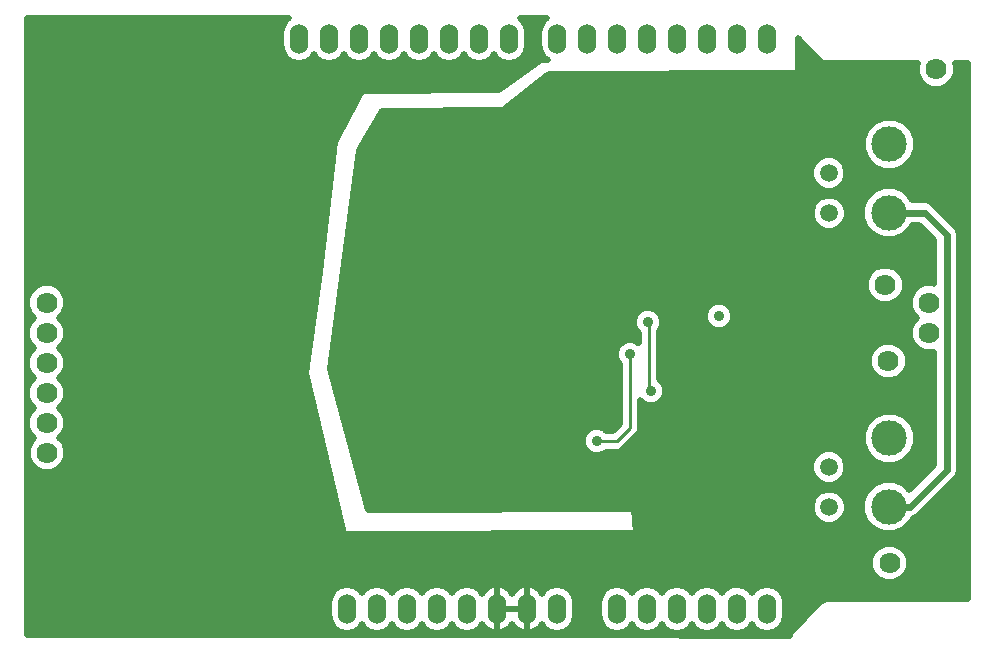
<source format=gbl>
G04 (created by PCBNEW (2013-07-07 BZR 4022)-stable) date 12/24/2014 2:10:28 AM*
%MOIN*%
G04 Gerber Fmt 3.4, Leading zero omitted, Abs format*
%FSLAX34Y34*%
G01*
G70*
G90*
G04 APERTURE LIST*
%ADD10C,0.00590551*%
%ADD11C,0.0700787*%
%ADD12O,0.06X0.1*%
%ADD13C,0.0590551*%
%ADD14C,0.11811*%
%ADD15C,0.035*%
%ADD16C,0.01*%
%ADD17C,0.015*%
%ADD18C,0.024*%
%ADD19C,0.019*%
G04 APERTURE END LIST*
G54D10*
G54D11*
X63000Y-39800D03*
X62990Y-38806D03*
X62990Y-37802D03*
X62990Y-36798D03*
X62990Y-35794D03*
X62990Y-34790D03*
X92400Y-35800D03*
X92400Y-34796D03*
G54D12*
X78400Y-26000D03*
X77400Y-26000D03*
X76400Y-26000D03*
X75400Y-26000D03*
X74400Y-26000D03*
X73400Y-26000D03*
X72400Y-26000D03*
X71400Y-26000D03*
X76000Y-45000D03*
X75000Y-45000D03*
X74000Y-45000D03*
X73000Y-45000D03*
X77000Y-45000D03*
X78000Y-45000D03*
X79000Y-45000D03*
X80000Y-45000D03*
X82000Y-45000D03*
X83000Y-45000D03*
X84000Y-45000D03*
X85000Y-45000D03*
X86000Y-45000D03*
X87000Y-45000D03*
X87000Y-26000D03*
X86000Y-26000D03*
X85000Y-26000D03*
X84000Y-26000D03*
X83000Y-26000D03*
X82000Y-26000D03*
X81000Y-26000D03*
X80000Y-26000D03*
G54D13*
X89054Y-30477D03*
X89073Y-31815D03*
G54D14*
X91078Y-29509D03*
X91056Y-31797D03*
G54D13*
X89054Y-40277D03*
X89073Y-41615D03*
G54D14*
X91078Y-39309D03*
X91056Y-41597D03*
G54D11*
X92640Y-27020D03*
X90940Y-34200D03*
X91040Y-36740D03*
X91080Y-43470D03*
G54D15*
X81320Y-39410D03*
X82440Y-36520D03*
X85390Y-35250D03*
X83020Y-35448D03*
X83132Y-37737D03*
X84812Y-39933D03*
X78555Y-29670D03*
X89430Y-36075D03*
X86490Y-38490D03*
X81495Y-43020D03*
X80730Y-37185D03*
X71360Y-43460D03*
X70280Y-39680D03*
X67240Y-43460D03*
X70994Y-31528D03*
X69548Y-28060D03*
X85515Y-28070D03*
X64130Y-27360D03*
X92400Y-34796D03*
G54D16*
X81990Y-39410D02*
X81320Y-39410D01*
X82430Y-38970D02*
X81990Y-39410D01*
X82430Y-36530D02*
X82430Y-38950D01*
X82440Y-36520D02*
X82430Y-36530D01*
X83062Y-35490D02*
X83020Y-35448D01*
X83062Y-37667D02*
X83062Y-35490D01*
X83132Y-37737D02*
X83062Y-37667D01*
X89475Y-36120D02*
X89490Y-36120D01*
X89430Y-36075D02*
X89475Y-36120D01*
G54D17*
X71360Y-43460D02*
X71360Y-43440D01*
G54D18*
X91056Y-31797D02*
X92247Y-31797D01*
X91753Y-41597D02*
X91056Y-41597D01*
X92985Y-40365D02*
X91753Y-41597D01*
X92985Y-32535D02*
X92985Y-40365D01*
X92247Y-31797D02*
X92985Y-32535D01*
G54D10*
G36*
X93685Y-44685D02*
X93400Y-44685D01*
X93400Y-40365D01*
X93400Y-32535D01*
X93368Y-32376D01*
X93368Y-32376D01*
X93323Y-32308D01*
X93278Y-32241D01*
X93278Y-32241D01*
X92540Y-31503D01*
X92405Y-31413D01*
X92247Y-31382D01*
X91963Y-31382D01*
X91963Y-29333D01*
X91829Y-29008D01*
X91580Y-28758D01*
X91254Y-28623D01*
X90902Y-28623D01*
X90577Y-28757D01*
X90327Y-29006D01*
X90192Y-29332D01*
X90192Y-29684D01*
X90326Y-30009D01*
X90575Y-30259D01*
X90901Y-30394D01*
X91253Y-30394D01*
X91578Y-30260D01*
X91828Y-30011D01*
X91963Y-29685D01*
X91963Y-29333D01*
X91963Y-31382D01*
X91842Y-31382D01*
X91807Y-31296D01*
X91558Y-31046D01*
X91232Y-30911D01*
X90880Y-30911D01*
X90555Y-31045D01*
X90305Y-31294D01*
X90170Y-31620D01*
X90170Y-31972D01*
X90304Y-32297D01*
X90553Y-32547D01*
X90879Y-32682D01*
X91231Y-32682D01*
X91556Y-32548D01*
X91806Y-32299D01*
X91842Y-32212D01*
X92075Y-32212D01*
X92570Y-32706D01*
X92570Y-34167D01*
X92528Y-34150D01*
X92272Y-34150D01*
X92034Y-34248D01*
X91853Y-34429D01*
X91754Y-34667D01*
X91754Y-34923D01*
X91852Y-35161D01*
X91989Y-35298D01*
X91853Y-35433D01*
X91754Y-35671D01*
X91754Y-35927D01*
X91852Y-36165D01*
X92033Y-36346D01*
X92271Y-36445D01*
X92527Y-36445D01*
X92570Y-36428D01*
X92570Y-40193D01*
X91963Y-40799D01*
X91963Y-39133D01*
X91829Y-38808D01*
X91685Y-38664D01*
X91685Y-36612D01*
X91587Y-36374D01*
X91585Y-36372D01*
X91585Y-34072D01*
X91487Y-33834D01*
X91306Y-33653D01*
X91068Y-33554D01*
X90812Y-33554D01*
X90574Y-33652D01*
X90393Y-33833D01*
X90294Y-34071D01*
X90294Y-34327D01*
X90392Y-34565D01*
X90573Y-34746D01*
X90811Y-34845D01*
X91067Y-34845D01*
X91305Y-34747D01*
X91486Y-34566D01*
X91585Y-34328D01*
X91585Y-34072D01*
X91585Y-36372D01*
X91406Y-36193D01*
X91168Y-36094D01*
X90912Y-36094D01*
X90674Y-36192D01*
X90493Y-36373D01*
X90394Y-36611D01*
X90394Y-36867D01*
X90492Y-37105D01*
X90673Y-37286D01*
X90911Y-37385D01*
X91167Y-37385D01*
X91405Y-37287D01*
X91586Y-37106D01*
X91685Y-36868D01*
X91685Y-36612D01*
X91685Y-38664D01*
X91580Y-38558D01*
X91254Y-38423D01*
X90902Y-38423D01*
X90577Y-38557D01*
X90327Y-38806D01*
X90192Y-39132D01*
X90192Y-39484D01*
X90326Y-39809D01*
X90575Y-40059D01*
X90901Y-40194D01*
X91253Y-40194D01*
X91578Y-40060D01*
X91828Y-39811D01*
X91963Y-39485D01*
X91963Y-39133D01*
X91963Y-40799D01*
X91737Y-41025D01*
X91558Y-40846D01*
X91232Y-40711D01*
X90880Y-40711D01*
X90555Y-40845D01*
X90305Y-41094D01*
X90170Y-41420D01*
X90170Y-41772D01*
X90304Y-42097D01*
X90553Y-42347D01*
X90879Y-42482D01*
X91231Y-42482D01*
X91556Y-42348D01*
X91806Y-42099D01*
X91850Y-41992D01*
X91911Y-41980D01*
X91911Y-41980D01*
X92046Y-41890D01*
X93278Y-40658D01*
X93368Y-40523D01*
X93368Y-40523D01*
X93399Y-40365D01*
X93400Y-40365D01*
X93400Y-44685D01*
X91725Y-44685D01*
X91725Y-43342D01*
X91627Y-43104D01*
X91446Y-42923D01*
X91208Y-42824D01*
X90952Y-42824D01*
X90714Y-42922D01*
X90533Y-43103D01*
X90434Y-43341D01*
X90434Y-43597D01*
X90532Y-43835D01*
X90713Y-44016D01*
X90951Y-44115D01*
X91207Y-44115D01*
X91445Y-44017D01*
X91626Y-43836D01*
X91725Y-43598D01*
X91725Y-43342D01*
X91725Y-44685D01*
X89663Y-44685D01*
X89663Y-41498D01*
X89663Y-31698D01*
X89644Y-31652D01*
X89644Y-30360D01*
X89554Y-30143D01*
X89388Y-29976D01*
X89171Y-29886D01*
X88937Y-29886D01*
X88720Y-29976D01*
X88553Y-30142D01*
X88463Y-30359D01*
X88463Y-30593D01*
X88553Y-30810D01*
X88719Y-30977D01*
X88936Y-31067D01*
X89170Y-31067D01*
X89387Y-30977D01*
X89554Y-30811D01*
X89644Y-30594D01*
X89644Y-30360D01*
X89644Y-31652D01*
X89573Y-31481D01*
X89407Y-31314D01*
X89190Y-31224D01*
X88956Y-31224D01*
X88739Y-31314D01*
X88572Y-31480D01*
X88482Y-31697D01*
X88482Y-31931D01*
X88572Y-32148D01*
X88738Y-32315D01*
X88955Y-32405D01*
X89189Y-32405D01*
X89406Y-32315D01*
X89573Y-32149D01*
X89663Y-31932D01*
X89663Y-31698D01*
X89663Y-41498D01*
X89644Y-41452D01*
X89644Y-40160D01*
X89554Y-39943D01*
X89388Y-39776D01*
X89171Y-39686D01*
X88937Y-39686D01*
X88720Y-39776D01*
X88553Y-39942D01*
X88463Y-40159D01*
X88463Y-40393D01*
X88553Y-40610D01*
X88719Y-40777D01*
X88936Y-40867D01*
X89170Y-40867D01*
X89387Y-40777D01*
X89554Y-40611D01*
X89644Y-40394D01*
X89644Y-40160D01*
X89644Y-41452D01*
X89573Y-41281D01*
X89407Y-41114D01*
X89190Y-41024D01*
X88956Y-41024D01*
X88739Y-41114D01*
X88572Y-41280D01*
X88482Y-41497D01*
X88482Y-41731D01*
X88572Y-41948D01*
X88738Y-42115D01*
X88955Y-42205D01*
X89189Y-42205D01*
X89406Y-42115D01*
X89573Y-41949D01*
X89663Y-41732D01*
X89663Y-41498D01*
X89663Y-44685D01*
X89021Y-44685D01*
X89001Y-44681D01*
X88880Y-44705D01*
X88778Y-44773D01*
X88772Y-44782D01*
X88277Y-45277D01*
X88257Y-45307D01*
X87842Y-45722D01*
X87774Y-45824D01*
X87761Y-45889D01*
X87595Y-45889D01*
X87595Y-45215D01*
X87595Y-44784D01*
X87549Y-44556D01*
X87420Y-44363D01*
X87227Y-44234D01*
X87000Y-44189D01*
X86772Y-44234D01*
X86579Y-44363D01*
X86499Y-44482D01*
X86420Y-44363D01*
X86227Y-44234D01*
X86000Y-44189D01*
X85860Y-44217D01*
X85860Y-35156D01*
X85788Y-34984D01*
X85656Y-34851D01*
X85483Y-34780D01*
X85296Y-34779D01*
X85124Y-34851D01*
X84991Y-34983D01*
X84920Y-35156D01*
X84919Y-35343D01*
X84991Y-35515D01*
X85123Y-35648D01*
X85296Y-35719D01*
X85483Y-35720D01*
X85655Y-35648D01*
X85788Y-35516D01*
X85859Y-35343D01*
X85860Y-35156D01*
X85860Y-44217D01*
X85772Y-44234D01*
X85579Y-44363D01*
X85499Y-44482D01*
X85420Y-44363D01*
X85227Y-44234D01*
X85000Y-44189D01*
X84772Y-44234D01*
X84579Y-44363D01*
X84499Y-44482D01*
X84420Y-44363D01*
X84227Y-44234D01*
X84000Y-44189D01*
X83772Y-44234D01*
X83602Y-44348D01*
X83602Y-37643D01*
X83530Y-37471D01*
X83407Y-37347D01*
X83407Y-35725D01*
X83418Y-35714D01*
X83489Y-35541D01*
X83490Y-35354D01*
X83418Y-35182D01*
X83286Y-35049D01*
X83113Y-34978D01*
X82926Y-34977D01*
X82754Y-35049D01*
X82621Y-35181D01*
X82550Y-35354D01*
X82549Y-35541D01*
X82621Y-35713D01*
X82717Y-35809D01*
X82717Y-36132D01*
X82706Y-36121D01*
X82533Y-36050D01*
X82346Y-36049D01*
X82174Y-36121D01*
X82041Y-36253D01*
X81970Y-36426D01*
X81969Y-36613D01*
X82041Y-36785D01*
X82085Y-36829D01*
X82085Y-38827D01*
X81847Y-39065D01*
X81639Y-39065D01*
X81586Y-39011D01*
X81413Y-38940D01*
X81226Y-38939D01*
X81054Y-39011D01*
X80921Y-39143D01*
X80850Y-39316D01*
X80849Y-39503D01*
X80921Y-39675D01*
X81053Y-39808D01*
X81226Y-39879D01*
X81413Y-39880D01*
X81585Y-39808D01*
X81639Y-39755D01*
X81990Y-39755D01*
X82122Y-39728D01*
X82122Y-39728D01*
X82233Y-39653D01*
X82673Y-39213D01*
X82748Y-39102D01*
X82775Y-38970D01*
X82773Y-38960D01*
X82775Y-38950D01*
X82775Y-38044D01*
X82865Y-38135D01*
X83038Y-38206D01*
X83225Y-38207D01*
X83397Y-38135D01*
X83530Y-38003D01*
X83601Y-37830D01*
X83602Y-37643D01*
X83602Y-44348D01*
X83579Y-44363D01*
X83499Y-44482D01*
X83420Y-44363D01*
X83227Y-44234D01*
X83000Y-44189D01*
X82772Y-44234D01*
X82579Y-44363D01*
X82499Y-44482D01*
X82420Y-44363D01*
X82227Y-44234D01*
X82000Y-44189D01*
X81772Y-44234D01*
X81579Y-44363D01*
X81450Y-44556D01*
X81405Y-44784D01*
X81405Y-45215D01*
X81450Y-45443D01*
X81579Y-45636D01*
X81772Y-45765D01*
X82000Y-45810D01*
X82227Y-45765D01*
X82420Y-45636D01*
X82500Y-45517D01*
X82579Y-45636D01*
X82772Y-45765D01*
X83000Y-45810D01*
X83227Y-45765D01*
X83420Y-45636D01*
X83500Y-45517D01*
X83579Y-45636D01*
X83772Y-45765D01*
X84000Y-45810D01*
X84227Y-45765D01*
X84420Y-45636D01*
X84500Y-45517D01*
X84579Y-45636D01*
X84772Y-45765D01*
X85000Y-45810D01*
X85227Y-45765D01*
X85420Y-45636D01*
X85500Y-45517D01*
X85579Y-45636D01*
X85772Y-45765D01*
X86000Y-45810D01*
X86227Y-45765D01*
X86420Y-45636D01*
X86500Y-45517D01*
X86579Y-45636D01*
X86772Y-45765D01*
X87000Y-45810D01*
X87227Y-45765D01*
X87420Y-45636D01*
X87549Y-45443D01*
X87595Y-45215D01*
X87595Y-45889D01*
X80595Y-45885D01*
X80595Y-45215D01*
X80595Y-44784D01*
X80549Y-44556D01*
X80420Y-44363D01*
X80227Y-44234D01*
X80000Y-44189D01*
X79772Y-44234D01*
X79579Y-44363D01*
X79494Y-44489D01*
X79417Y-44375D01*
X79223Y-44248D01*
X79098Y-44213D01*
X79005Y-44278D01*
X79005Y-44995D01*
X79012Y-44995D01*
X79012Y-45005D01*
X79005Y-45005D01*
X79005Y-45721D01*
X79098Y-45786D01*
X79223Y-45751D01*
X79417Y-45624D01*
X79494Y-45510D01*
X79579Y-45636D01*
X79772Y-45765D01*
X80000Y-45810D01*
X80227Y-45765D01*
X80420Y-45636D01*
X80549Y-45443D01*
X80595Y-45215D01*
X80595Y-45885D01*
X78995Y-45884D01*
X78995Y-45721D01*
X78995Y-45005D01*
X78995Y-44995D01*
X78995Y-44278D01*
X78901Y-44213D01*
X78776Y-44248D01*
X78582Y-44375D01*
X78500Y-44497D01*
X78417Y-44375D01*
X78223Y-44248D01*
X78098Y-44213D01*
X78005Y-44278D01*
X78005Y-44995D01*
X78405Y-44995D01*
X78595Y-44995D01*
X78995Y-44995D01*
X78995Y-45005D01*
X78595Y-45005D01*
X78405Y-45005D01*
X78005Y-45005D01*
X78005Y-45721D01*
X78098Y-45786D01*
X78223Y-45751D01*
X78417Y-45624D01*
X78500Y-45502D01*
X78582Y-45624D01*
X78776Y-45751D01*
X78901Y-45786D01*
X78995Y-45721D01*
X78995Y-45884D01*
X77995Y-45883D01*
X77995Y-45721D01*
X77995Y-45005D01*
X77987Y-45005D01*
X77987Y-44995D01*
X77995Y-44995D01*
X77995Y-44278D01*
X77901Y-44213D01*
X77776Y-44248D01*
X77582Y-44375D01*
X77505Y-44489D01*
X77420Y-44363D01*
X77227Y-44234D01*
X77000Y-44189D01*
X76772Y-44234D01*
X76579Y-44363D01*
X76499Y-44482D01*
X76420Y-44363D01*
X76227Y-44234D01*
X76000Y-44189D01*
X75772Y-44234D01*
X75579Y-44363D01*
X75500Y-44482D01*
X75420Y-44363D01*
X75227Y-44234D01*
X75000Y-44189D01*
X74772Y-44234D01*
X74579Y-44363D01*
X74500Y-44482D01*
X74420Y-44363D01*
X74227Y-44234D01*
X74000Y-44189D01*
X73772Y-44234D01*
X73579Y-44363D01*
X73500Y-44482D01*
X73420Y-44363D01*
X73227Y-44234D01*
X73000Y-44189D01*
X72772Y-44234D01*
X72579Y-44363D01*
X72450Y-44556D01*
X72405Y-44784D01*
X72405Y-45215D01*
X72450Y-45443D01*
X72579Y-45636D01*
X72772Y-45765D01*
X73000Y-45810D01*
X73227Y-45765D01*
X73420Y-45636D01*
X73500Y-45517D01*
X73579Y-45636D01*
X73772Y-45765D01*
X74000Y-45810D01*
X74227Y-45765D01*
X74420Y-45636D01*
X74500Y-45517D01*
X74579Y-45636D01*
X74772Y-45765D01*
X75000Y-45810D01*
X75227Y-45765D01*
X75420Y-45636D01*
X75500Y-45517D01*
X75579Y-45636D01*
X75772Y-45765D01*
X76000Y-45810D01*
X76227Y-45765D01*
X76420Y-45636D01*
X76500Y-45517D01*
X76579Y-45636D01*
X76772Y-45765D01*
X77000Y-45810D01*
X77227Y-45765D01*
X77420Y-45636D01*
X77505Y-45510D01*
X77582Y-45624D01*
X77776Y-45751D01*
X77901Y-45786D01*
X77995Y-45721D01*
X77995Y-45883D01*
X63645Y-45874D01*
X63645Y-39672D01*
X63547Y-39434D01*
X63410Y-39297D01*
X63536Y-39172D01*
X63635Y-38935D01*
X63635Y-38678D01*
X63537Y-38440D01*
X63400Y-38304D01*
X63536Y-38168D01*
X63635Y-37931D01*
X63635Y-37674D01*
X63537Y-37437D01*
X63400Y-37300D01*
X63536Y-37164D01*
X63635Y-36927D01*
X63635Y-36670D01*
X63537Y-36433D01*
X63400Y-36296D01*
X63536Y-36160D01*
X63635Y-35923D01*
X63635Y-35666D01*
X63537Y-35429D01*
X63400Y-35292D01*
X63536Y-35156D01*
X63635Y-34919D01*
X63635Y-34662D01*
X63537Y-34425D01*
X63356Y-34243D01*
X63118Y-34145D01*
X62862Y-34144D01*
X62624Y-34242D01*
X62443Y-34424D01*
X62344Y-34661D01*
X62344Y-34918D01*
X62442Y-35155D01*
X62579Y-35292D01*
X62443Y-35428D01*
X62344Y-35665D01*
X62344Y-35922D01*
X62442Y-36159D01*
X62579Y-36296D01*
X62443Y-36432D01*
X62344Y-36669D01*
X62344Y-36926D01*
X62442Y-37163D01*
X62579Y-37300D01*
X62443Y-37436D01*
X62344Y-37673D01*
X62344Y-37929D01*
X62442Y-38167D01*
X62579Y-38304D01*
X62443Y-38439D01*
X62344Y-38677D01*
X62344Y-38933D01*
X62442Y-39171D01*
X62579Y-39308D01*
X62453Y-39433D01*
X62354Y-39671D01*
X62354Y-39927D01*
X62452Y-40165D01*
X62633Y-40346D01*
X62871Y-40445D01*
X63127Y-40445D01*
X63365Y-40347D01*
X63546Y-40166D01*
X63645Y-39928D01*
X63645Y-39672D01*
X63645Y-45874D01*
X62314Y-45873D01*
X62314Y-25314D01*
X71052Y-25314D01*
X70979Y-25363D01*
X70850Y-25556D01*
X70805Y-25784D01*
X70805Y-26215D01*
X70850Y-26443D01*
X70979Y-26636D01*
X71172Y-26765D01*
X71400Y-26810D01*
X71627Y-26765D01*
X71820Y-26636D01*
X71900Y-26517D01*
X71979Y-26636D01*
X72172Y-26765D01*
X72400Y-26810D01*
X72627Y-26765D01*
X72820Y-26636D01*
X72900Y-26517D01*
X72979Y-26636D01*
X73172Y-26765D01*
X73400Y-26810D01*
X73627Y-26765D01*
X73820Y-26636D01*
X73900Y-26517D01*
X73979Y-26636D01*
X74172Y-26765D01*
X74400Y-26810D01*
X74627Y-26765D01*
X74820Y-26636D01*
X74900Y-26517D01*
X74979Y-26636D01*
X75172Y-26765D01*
X75400Y-26810D01*
X75627Y-26765D01*
X75820Y-26636D01*
X75900Y-26517D01*
X75979Y-26636D01*
X76172Y-26765D01*
X76400Y-26810D01*
X76627Y-26765D01*
X76820Y-26636D01*
X76900Y-26517D01*
X76979Y-26636D01*
X77172Y-26765D01*
X77400Y-26810D01*
X77627Y-26765D01*
X77820Y-26636D01*
X77900Y-26517D01*
X77979Y-26636D01*
X78172Y-26765D01*
X78400Y-26810D01*
X78627Y-26765D01*
X78820Y-26636D01*
X78949Y-26443D01*
X78995Y-26215D01*
X78995Y-25784D01*
X78949Y-25556D01*
X78820Y-25363D01*
X78747Y-25314D01*
X79652Y-25314D01*
X79579Y-25363D01*
X79450Y-25556D01*
X79405Y-25784D01*
X79405Y-26215D01*
X79450Y-26443D01*
X79579Y-26636D01*
X79691Y-26711D01*
X79448Y-26711D01*
X78075Y-27719D01*
X73498Y-27753D01*
X72611Y-29452D01*
X72105Y-33777D01*
X71617Y-37147D01*
X72885Y-42520D01*
X82642Y-42466D01*
X82554Y-41684D01*
X73681Y-41702D01*
X72435Y-37014D01*
X73403Y-29720D01*
X74149Y-28411D01*
X78210Y-28359D01*
X79631Y-27236D01*
X79776Y-27178D01*
X87662Y-27127D01*
X88015Y-27127D01*
X88041Y-25986D01*
X88277Y-26222D01*
X88277Y-26222D01*
X88277Y-26222D01*
X88777Y-26722D01*
X88777Y-26722D01*
X88879Y-26790D01*
X89000Y-26814D01*
X92026Y-26814D01*
X91994Y-26891D01*
X91994Y-27147D01*
X92092Y-27385D01*
X92273Y-27566D01*
X92511Y-27665D01*
X92767Y-27665D01*
X93005Y-27567D01*
X93186Y-27386D01*
X93285Y-27148D01*
X93285Y-26892D01*
X93253Y-26814D01*
X93685Y-26814D01*
X93685Y-44685D01*
X93685Y-44685D01*
G37*
G54D19*
X93685Y-44685D02*
X93400Y-44685D01*
X93400Y-40365D01*
X93400Y-32535D01*
X93368Y-32376D01*
X93368Y-32376D01*
X93323Y-32308D01*
X93278Y-32241D01*
X93278Y-32241D01*
X92540Y-31503D01*
X92405Y-31413D01*
X92247Y-31382D01*
X91963Y-31382D01*
X91963Y-29333D01*
X91829Y-29008D01*
X91580Y-28758D01*
X91254Y-28623D01*
X90902Y-28623D01*
X90577Y-28757D01*
X90327Y-29006D01*
X90192Y-29332D01*
X90192Y-29684D01*
X90326Y-30009D01*
X90575Y-30259D01*
X90901Y-30394D01*
X91253Y-30394D01*
X91578Y-30260D01*
X91828Y-30011D01*
X91963Y-29685D01*
X91963Y-29333D01*
X91963Y-31382D01*
X91842Y-31382D01*
X91807Y-31296D01*
X91558Y-31046D01*
X91232Y-30911D01*
X90880Y-30911D01*
X90555Y-31045D01*
X90305Y-31294D01*
X90170Y-31620D01*
X90170Y-31972D01*
X90304Y-32297D01*
X90553Y-32547D01*
X90879Y-32682D01*
X91231Y-32682D01*
X91556Y-32548D01*
X91806Y-32299D01*
X91842Y-32212D01*
X92075Y-32212D01*
X92570Y-32706D01*
X92570Y-34167D01*
X92528Y-34150D01*
X92272Y-34150D01*
X92034Y-34248D01*
X91853Y-34429D01*
X91754Y-34667D01*
X91754Y-34923D01*
X91852Y-35161D01*
X91989Y-35298D01*
X91853Y-35433D01*
X91754Y-35671D01*
X91754Y-35927D01*
X91852Y-36165D01*
X92033Y-36346D01*
X92271Y-36445D01*
X92527Y-36445D01*
X92570Y-36428D01*
X92570Y-40193D01*
X91963Y-40799D01*
X91963Y-39133D01*
X91829Y-38808D01*
X91685Y-38664D01*
X91685Y-36612D01*
X91587Y-36374D01*
X91585Y-36372D01*
X91585Y-34072D01*
X91487Y-33834D01*
X91306Y-33653D01*
X91068Y-33554D01*
X90812Y-33554D01*
X90574Y-33652D01*
X90393Y-33833D01*
X90294Y-34071D01*
X90294Y-34327D01*
X90392Y-34565D01*
X90573Y-34746D01*
X90811Y-34845D01*
X91067Y-34845D01*
X91305Y-34747D01*
X91486Y-34566D01*
X91585Y-34328D01*
X91585Y-34072D01*
X91585Y-36372D01*
X91406Y-36193D01*
X91168Y-36094D01*
X90912Y-36094D01*
X90674Y-36192D01*
X90493Y-36373D01*
X90394Y-36611D01*
X90394Y-36867D01*
X90492Y-37105D01*
X90673Y-37286D01*
X90911Y-37385D01*
X91167Y-37385D01*
X91405Y-37287D01*
X91586Y-37106D01*
X91685Y-36868D01*
X91685Y-36612D01*
X91685Y-38664D01*
X91580Y-38558D01*
X91254Y-38423D01*
X90902Y-38423D01*
X90577Y-38557D01*
X90327Y-38806D01*
X90192Y-39132D01*
X90192Y-39484D01*
X90326Y-39809D01*
X90575Y-40059D01*
X90901Y-40194D01*
X91253Y-40194D01*
X91578Y-40060D01*
X91828Y-39811D01*
X91963Y-39485D01*
X91963Y-39133D01*
X91963Y-40799D01*
X91737Y-41025D01*
X91558Y-40846D01*
X91232Y-40711D01*
X90880Y-40711D01*
X90555Y-40845D01*
X90305Y-41094D01*
X90170Y-41420D01*
X90170Y-41772D01*
X90304Y-42097D01*
X90553Y-42347D01*
X90879Y-42482D01*
X91231Y-42482D01*
X91556Y-42348D01*
X91806Y-42099D01*
X91850Y-41992D01*
X91911Y-41980D01*
X91911Y-41980D01*
X92046Y-41890D01*
X93278Y-40658D01*
X93368Y-40523D01*
X93368Y-40523D01*
X93399Y-40365D01*
X93400Y-40365D01*
X93400Y-44685D01*
X91725Y-44685D01*
X91725Y-43342D01*
X91627Y-43104D01*
X91446Y-42923D01*
X91208Y-42824D01*
X90952Y-42824D01*
X90714Y-42922D01*
X90533Y-43103D01*
X90434Y-43341D01*
X90434Y-43597D01*
X90532Y-43835D01*
X90713Y-44016D01*
X90951Y-44115D01*
X91207Y-44115D01*
X91445Y-44017D01*
X91626Y-43836D01*
X91725Y-43598D01*
X91725Y-43342D01*
X91725Y-44685D01*
X89663Y-44685D01*
X89663Y-41498D01*
X89663Y-31698D01*
X89644Y-31652D01*
X89644Y-30360D01*
X89554Y-30143D01*
X89388Y-29976D01*
X89171Y-29886D01*
X88937Y-29886D01*
X88720Y-29976D01*
X88553Y-30142D01*
X88463Y-30359D01*
X88463Y-30593D01*
X88553Y-30810D01*
X88719Y-30977D01*
X88936Y-31067D01*
X89170Y-31067D01*
X89387Y-30977D01*
X89554Y-30811D01*
X89644Y-30594D01*
X89644Y-30360D01*
X89644Y-31652D01*
X89573Y-31481D01*
X89407Y-31314D01*
X89190Y-31224D01*
X88956Y-31224D01*
X88739Y-31314D01*
X88572Y-31480D01*
X88482Y-31697D01*
X88482Y-31931D01*
X88572Y-32148D01*
X88738Y-32315D01*
X88955Y-32405D01*
X89189Y-32405D01*
X89406Y-32315D01*
X89573Y-32149D01*
X89663Y-31932D01*
X89663Y-31698D01*
X89663Y-41498D01*
X89644Y-41452D01*
X89644Y-40160D01*
X89554Y-39943D01*
X89388Y-39776D01*
X89171Y-39686D01*
X88937Y-39686D01*
X88720Y-39776D01*
X88553Y-39942D01*
X88463Y-40159D01*
X88463Y-40393D01*
X88553Y-40610D01*
X88719Y-40777D01*
X88936Y-40867D01*
X89170Y-40867D01*
X89387Y-40777D01*
X89554Y-40611D01*
X89644Y-40394D01*
X89644Y-40160D01*
X89644Y-41452D01*
X89573Y-41281D01*
X89407Y-41114D01*
X89190Y-41024D01*
X88956Y-41024D01*
X88739Y-41114D01*
X88572Y-41280D01*
X88482Y-41497D01*
X88482Y-41731D01*
X88572Y-41948D01*
X88738Y-42115D01*
X88955Y-42205D01*
X89189Y-42205D01*
X89406Y-42115D01*
X89573Y-41949D01*
X89663Y-41732D01*
X89663Y-41498D01*
X89663Y-44685D01*
X89021Y-44685D01*
X89001Y-44681D01*
X88880Y-44705D01*
X88778Y-44773D01*
X88772Y-44782D01*
X88277Y-45277D01*
X88257Y-45307D01*
X87842Y-45722D01*
X87774Y-45824D01*
X87761Y-45889D01*
X87595Y-45889D01*
X87595Y-45215D01*
X87595Y-44784D01*
X87549Y-44556D01*
X87420Y-44363D01*
X87227Y-44234D01*
X87000Y-44189D01*
X86772Y-44234D01*
X86579Y-44363D01*
X86499Y-44482D01*
X86420Y-44363D01*
X86227Y-44234D01*
X86000Y-44189D01*
X85860Y-44217D01*
X85860Y-35156D01*
X85788Y-34984D01*
X85656Y-34851D01*
X85483Y-34780D01*
X85296Y-34779D01*
X85124Y-34851D01*
X84991Y-34983D01*
X84920Y-35156D01*
X84919Y-35343D01*
X84991Y-35515D01*
X85123Y-35648D01*
X85296Y-35719D01*
X85483Y-35720D01*
X85655Y-35648D01*
X85788Y-35516D01*
X85859Y-35343D01*
X85860Y-35156D01*
X85860Y-44217D01*
X85772Y-44234D01*
X85579Y-44363D01*
X85499Y-44482D01*
X85420Y-44363D01*
X85227Y-44234D01*
X85000Y-44189D01*
X84772Y-44234D01*
X84579Y-44363D01*
X84499Y-44482D01*
X84420Y-44363D01*
X84227Y-44234D01*
X84000Y-44189D01*
X83772Y-44234D01*
X83602Y-44348D01*
X83602Y-37643D01*
X83530Y-37471D01*
X83407Y-37347D01*
X83407Y-35725D01*
X83418Y-35714D01*
X83489Y-35541D01*
X83490Y-35354D01*
X83418Y-35182D01*
X83286Y-35049D01*
X83113Y-34978D01*
X82926Y-34977D01*
X82754Y-35049D01*
X82621Y-35181D01*
X82550Y-35354D01*
X82549Y-35541D01*
X82621Y-35713D01*
X82717Y-35809D01*
X82717Y-36132D01*
X82706Y-36121D01*
X82533Y-36050D01*
X82346Y-36049D01*
X82174Y-36121D01*
X82041Y-36253D01*
X81970Y-36426D01*
X81969Y-36613D01*
X82041Y-36785D01*
X82085Y-36829D01*
X82085Y-38827D01*
X81847Y-39065D01*
X81639Y-39065D01*
X81586Y-39011D01*
X81413Y-38940D01*
X81226Y-38939D01*
X81054Y-39011D01*
X80921Y-39143D01*
X80850Y-39316D01*
X80849Y-39503D01*
X80921Y-39675D01*
X81053Y-39808D01*
X81226Y-39879D01*
X81413Y-39880D01*
X81585Y-39808D01*
X81639Y-39755D01*
X81990Y-39755D01*
X82122Y-39728D01*
X82122Y-39728D01*
X82233Y-39653D01*
X82673Y-39213D01*
X82748Y-39102D01*
X82775Y-38970D01*
X82773Y-38960D01*
X82775Y-38950D01*
X82775Y-38044D01*
X82865Y-38135D01*
X83038Y-38206D01*
X83225Y-38207D01*
X83397Y-38135D01*
X83530Y-38003D01*
X83601Y-37830D01*
X83602Y-37643D01*
X83602Y-44348D01*
X83579Y-44363D01*
X83499Y-44482D01*
X83420Y-44363D01*
X83227Y-44234D01*
X83000Y-44189D01*
X82772Y-44234D01*
X82579Y-44363D01*
X82499Y-44482D01*
X82420Y-44363D01*
X82227Y-44234D01*
X82000Y-44189D01*
X81772Y-44234D01*
X81579Y-44363D01*
X81450Y-44556D01*
X81405Y-44784D01*
X81405Y-45215D01*
X81450Y-45443D01*
X81579Y-45636D01*
X81772Y-45765D01*
X82000Y-45810D01*
X82227Y-45765D01*
X82420Y-45636D01*
X82500Y-45517D01*
X82579Y-45636D01*
X82772Y-45765D01*
X83000Y-45810D01*
X83227Y-45765D01*
X83420Y-45636D01*
X83500Y-45517D01*
X83579Y-45636D01*
X83772Y-45765D01*
X84000Y-45810D01*
X84227Y-45765D01*
X84420Y-45636D01*
X84500Y-45517D01*
X84579Y-45636D01*
X84772Y-45765D01*
X85000Y-45810D01*
X85227Y-45765D01*
X85420Y-45636D01*
X85500Y-45517D01*
X85579Y-45636D01*
X85772Y-45765D01*
X86000Y-45810D01*
X86227Y-45765D01*
X86420Y-45636D01*
X86500Y-45517D01*
X86579Y-45636D01*
X86772Y-45765D01*
X87000Y-45810D01*
X87227Y-45765D01*
X87420Y-45636D01*
X87549Y-45443D01*
X87595Y-45215D01*
X87595Y-45889D01*
X80595Y-45885D01*
X80595Y-45215D01*
X80595Y-44784D01*
X80549Y-44556D01*
X80420Y-44363D01*
X80227Y-44234D01*
X80000Y-44189D01*
X79772Y-44234D01*
X79579Y-44363D01*
X79494Y-44489D01*
X79417Y-44375D01*
X79223Y-44248D01*
X79098Y-44213D01*
X79005Y-44278D01*
X79005Y-44995D01*
X79012Y-44995D01*
X79012Y-45005D01*
X79005Y-45005D01*
X79005Y-45721D01*
X79098Y-45786D01*
X79223Y-45751D01*
X79417Y-45624D01*
X79494Y-45510D01*
X79579Y-45636D01*
X79772Y-45765D01*
X80000Y-45810D01*
X80227Y-45765D01*
X80420Y-45636D01*
X80549Y-45443D01*
X80595Y-45215D01*
X80595Y-45885D01*
X78995Y-45884D01*
X78995Y-45721D01*
X78995Y-45005D01*
X78995Y-44995D01*
X78995Y-44278D01*
X78901Y-44213D01*
X78776Y-44248D01*
X78582Y-44375D01*
X78500Y-44497D01*
X78417Y-44375D01*
X78223Y-44248D01*
X78098Y-44213D01*
X78005Y-44278D01*
X78005Y-44995D01*
X78405Y-44995D01*
X78595Y-44995D01*
X78995Y-44995D01*
X78995Y-45005D01*
X78595Y-45005D01*
X78405Y-45005D01*
X78005Y-45005D01*
X78005Y-45721D01*
X78098Y-45786D01*
X78223Y-45751D01*
X78417Y-45624D01*
X78500Y-45502D01*
X78582Y-45624D01*
X78776Y-45751D01*
X78901Y-45786D01*
X78995Y-45721D01*
X78995Y-45884D01*
X77995Y-45883D01*
X77995Y-45721D01*
X77995Y-45005D01*
X77987Y-45005D01*
X77987Y-44995D01*
X77995Y-44995D01*
X77995Y-44278D01*
X77901Y-44213D01*
X77776Y-44248D01*
X77582Y-44375D01*
X77505Y-44489D01*
X77420Y-44363D01*
X77227Y-44234D01*
X77000Y-44189D01*
X76772Y-44234D01*
X76579Y-44363D01*
X76499Y-44482D01*
X76420Y-44363D01*
X76227Y-44234D01*
X76000Y-44189D01*
X75772Y-44234D01*
X75579Y-44363D01*
X75500Y-44482D01*
X75420Y-44363D01*
X75227Y-44234D01*
X75000Y-44189D01*
X74772Y-44234D01*
X74579Y-44363D01*
X74500Y-44482D01*
X74420Y-44363D01*
X74227Y-44234D01*
X74000Y-44189D01*
X73772Y-44234D01*
X73579Y-44363D01*
X73500Y-44482D01*
X73420Y-44363D01*
X73227Y-44234D01*
X73000Y-44189D01*
X72772Y-44234D01*
X72579Y-44363D01*
X72450Y-44556D01*
X72405Y-44784D01*
X72405Y-45215D01*
X72450Y-45443D01*
X72579Y-45636D01*
X72772Y-45765D01*
X73000Y-45810D01*
X73227Y-45765D01*
X73420Y-45636D01*
X73500Y-45517D01*
X73579Y-45636D01*
X73772Y-45765D01*
X74000Y-45810D01*
X74227Y-45765D01*
X74420Y-45636D01*
X74500Y-45517D01*
X74579Y-45636D01*
X74772Y-45765D01*
X75000Y-45810D01*
X75227Y-45765D01*
X75420Y-45636D01*
X75500Y-45517D01*
X75579Y-45636D01*
X75772Y-45765D01*
X76000Y-45810D01*
X76227Y-45765D01*
X76420Y-45636D01*
X76500Y-45517D01*
X76579Y-45636D01*
X76772Y-45765D01*
X77000Y-45810D01*
X77227Y-45765D01*
X77420Y-45636D01*
X77505Y-45510D01*
X77582Y-45624D01*
X77776Y-45751D01*
X77901Y-45786D01*
X77995Y-45721D01*
X77995Y-45883D01*
X63645Y-45874D01*
X63645Y-39672D01*
X63547Y-39434D01*
X63410Y-39297D01*
X63536Y-39172D01*
X63635Y-38935D01*
X63635Y-38678D01*
X63537Y-38440D01*
X63400Y-38304D01*
X63536Y-38168D01*
X63635Y-37931D01*
X63635Y-37674D01*
X63537Y-37437D01*
X63400Y-37300D01*
X63536Y-37164D01*
X63635Y-36927D01*
X63635Y-36670D01*
X63537Y-36433D01*
X63400Y-36296D01*
X63536Y-36160D01*
X63635Y-35923D01*
X63635Y-35666D01*
X63537Y-35429D01*
X63400Y-35292D01*
X63536Y-35156D01*
X63635Y-34919D01*
X63635Y-34662D01*
X63537Y-34425D01*
X63356Y-34243D01*
X63118Y-34145D01*
X62862Y-34144D01*
X62624Y-34242D01*
X62443Y-34424D01*
X62344Y-34661D01*
X62344Y-34918D01*
X62442Y-35155D01*
X62579Y-35292D01*
X62443Y-35428D01*
X62344Y-35665D01*
X62344Y-35922D01*
X62442Y-36159D01*
X62579Y-36296D01*
X62443Y-36432D01*
X62344Y-36669D01*
X62344Y-36926D01*
X62442Y-37163D01*
X62579Y-37300D01*
X62443Y-37436D01*
X62344Y-37673D01*
X62344Y-37929D01*
X62442Y-38167D01*
X62579Y-38304D01*
X62443Y-38439D01*
X62344Y-38677D01*
X62344Y-38933D01*
X62442Y-39171D01*
X62579Y-39308D01*
X62453Y-39433D01*
X62354Y-39671D01*
X62354Y-39927D01*
X62452Y-40165D01*
X62633Y-40346D01*
X62871Y-40445D01*
X63127Y-40445D01*
X63365Y-40347D01*
X63546Y-40166D01*
X63645Y-39928D01*
X63645Y-39672D01*
X63645Y-45874D01*
X62314Y-45873D01*
X62314Y-25314D01*
X71052Y-25314D01*
X70979Y-25363D01*
X70850Y-25556D01*
X70805Y-25784D01*
X70805Y-26215D01*
X70850Y-26443D01*
X70979Y-26636D01*
X71172Y-26765D01*
X71400Y-26810D01*
X71627Y-26765D01*
X71820Y-26636D01*
X71900Y-26517D01*
X71979Y-26636D01*
X72172Y-26765D01*
X72400Y-26810D01*
X72627Y-26765D01*
X72820Y-26636D01*
X72900Y-26517D01*
X72979Y-26636D01*
X73172Y-26765D01*
X73400Y-26810D01*
X73627Y-26765D01*
X73820Y-26636D01*
X73900Y-26517D01*
X73979Y-26636D01*
X74172Y-26765D01*
X74400Y-26810D01*
X74627Y-26765D01*
X74820Y-26636D01*
X74900Y-26517D01*
X74979Y-26636D01*
X75172Y-26765D01*
X75400Y-26810D01*
X75627Y-26765D01*
X75820Y-26636D01*
X75900Y-26517D01*
X75979Y-26636D01*
X76172Y-26765D01*
X76400Y-26810D01*
X76627Y-26765D01*
X76820Y-26636D01*
X76900Y-26517D01*
X76979Y-26636D01*
X77172Y-26765D01*
X77400Y-26810D01*
X77627Y-26765D01*
X77820Y-26636D01*
X77900Y-26517D01*
X77979Y-26636D01*
X78172Y-26765D01*
X78400Y-26810D01*
X78627Y-26765D01*
X78820Y-26636D01*
X78949Y-26443D01*
X78995Y-26215D01*
X78995Y-25784D01*
X78949Y-25556D01*
X78820Y-25363D01*
X78747Y-25314D01*
X79652Y-25314D01*
X79579Y-25363D01*
X79450Y-25556D01*
X79405Y-25784D01*
X79405Y-26215D01*
X79450Y-26443D01*
X79579Y-26636D01*
X79691Y-26711D01*
X79448Y-26711D01*
X78075Y-27719D01*
X73498Y-27753D01*
X72611Y-29452D01*
X72105Y-33777D01*
X71617Y-37147D01*
X72885Y-42520D01*
X82642Y-42466D01*
X82554Y-41684D01*
X73681Y-41702D01*
X72435Y-37014D01*
X73403Y-29720D01*
X74149Y-28411D01*
X78210Y-28359D01*
X79631Y-27236D01*
X79776Y-27178D01*
X87662Y-27127D01*
X88015Y-27127D01*
X88041Y-25986D01*
X88277Y-26222D01*
X88277Y-26222D01*
X88277Y-26222D01*
X88777Y-26722D01*
X88777Y-26722D01*
X88879Y-26790D01*
X89000Y-26814D01*
X92026Y-26814D01*
X91994Y-26891D01*
X91994Y-27147D01*
X92092Y-27385D01*
X92273Y-27566D01*
X92511Y-27665D01*
X92767Y-27665D01*
X93005Y-27567D01*
X93186Y-27386D01*
X93285Y-27148D01*
X93285Y-26892D01*
X93253Y-26814D01*
X93685Y-26814D01*
X93685Y-44685D01*
M02*

</source>
